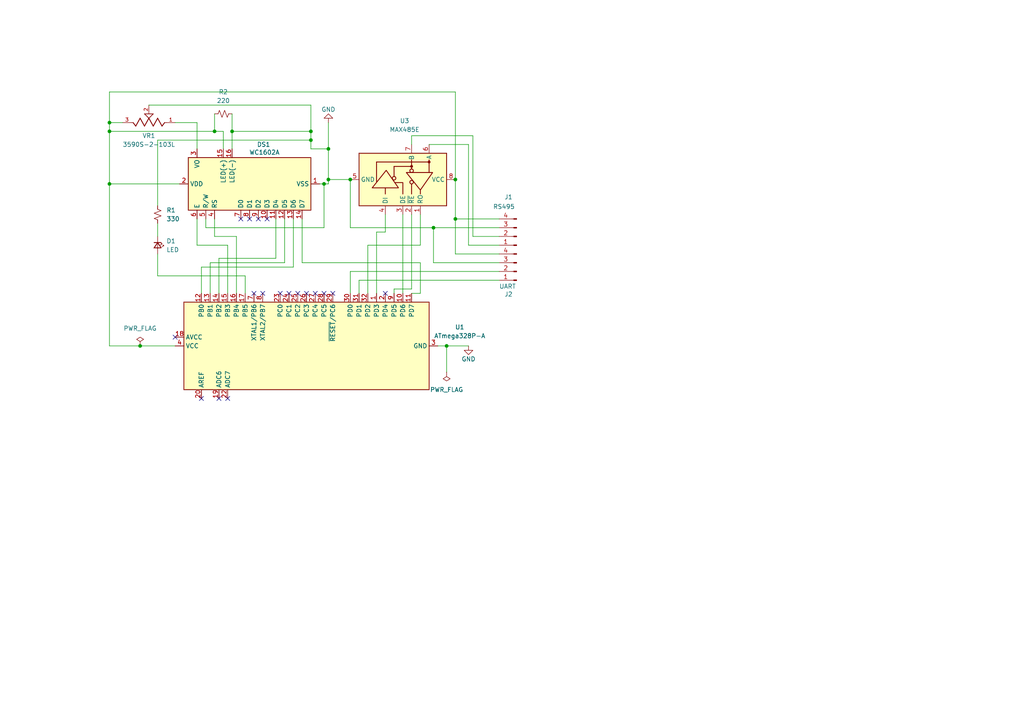
<source format=kicad_sch>
(kicad_sch (version 20250114) (generator "eeschema") (generator_version "9.0")
  (paper "A4")
  (lib_symbols
    (symbol "Connector:Conn_01x04_Pin" (pin_names (offset 1.016) (hide yes))
      (property "Reference" "J" (at 0 5.08 0))
      (property "Value" "Conn_01x04_Pin" (at 0 -7.62 0))
      (symbol "Conn_01x04_Pin_1_1"
        (rectangle (start 0.8636 2.667) (end 0 2.413) (stroke (width 0.1524)) (fill (type outline)))
        (rectangle (start 0.8636 0.127) (end 0 -0.127) (stroke (width 0.1524)) (fill (type outline)))
        (rectangle (start 0.8636 -2.413) (end 0 -2.667) (stroke (width 0.1524)) (fill (type outline)))
        (rectangle (start 0.8636 -4.953) (end 0 -5.207) (stroke (width 0.1524)) (fill (type outline)))
        (polyline (pts (xy 1.27 2.54) (xy 0.8636 2.54)) (stroke (width 0.1524)))
        (polyline (pts (xy 1.27 0) (xy 0.8636 0)) (stroke (width 0.1524)))
        (polyline (pts (xy 1.27 -2.54) (xy 0.8636 -2.54)) (stroke (width 0.1524)))
        (polyline (pts (xy 1.27 -5.08) (xy 0.8636 -5.08)) (stroke (width 0.1524)))
        (pin passive line (at 5.08 2.54 180) (length 3.81) (name "Pin_1") (number "1"))
        (pin passive line (at 5.08 0 180) (length 3.81) (name "Pin_2") (number "2"))
        (pin passive line (at 5.08 -2.54 180) (length 3.81) (name "Pin_3") (number "3"))
        (pin passive line (at 5.08 -5.08 180) (length 3.81) (name "Pin_4") (number "4"))
      )
    )
    (symbol "Device:R_Small_US" (pin_numbers (hide yes)) (pin_names (offset 0.254) (hide yes))
      (property "Reference" "R" (at 0.762 0.508 0))
      (property "Value" "R_Small_US" (at 0.762 -1.016 0))
      (symbol "R_Small_US_1_1"
        (polyline (pts (xy 0 1.524) (xy 1.016 1.143) (xy 0 0.762) (xy -1.016 0.381) (xy 0 0)))
        (polyline (pts (xy 0 0) (xy 1.016 -0.381) (xy 0 -0.762) (xy -1.016 -1.143) (xy 0 -1.524)))
        (pin passive line (at 0 2.54 270) (length 1.016) (name "~") (number "1"))
        (pin passive line (at 0 -2.54 90) (length 1.016) (name "~") (number "2"))
      )
    )
    (symbol "Display_Character:WC1602A"
      (property "Reference" "DS" (at -5.842 19.05 0))
      (property "Value" "WC1602A" (at 5.334 19.05 0))
      (symbol "WC1602A_1_1"
        (rectangle (start -7.62 17.78) (end 7.62 -17.78) (stroke (width 0.254)) (fill (type background)))
        (pin input line (at -10.16 15.24 0) (length 2.54) (name "E") (number "6"))
        (pin input line (at -10.16 12.7 0) (length 2.54) (name "R/W") (number "5"))
        (pin input line (at -10.16 10.16 0) (length 2.54) (name "RS") (number "4"))
        (pin input line (at -10.16 2.54 0) (length 2.54) (name "D0") (number "7"))
        (pin input line (at -10.16 0 0) (length 2.54) (name "D1") (number "8"))
        (pin input line (at -10.16 -2.54 0) (length 2.54) (name "D2") (number "9"))
        (pin input line (at -10.16 -5.08 0) (length 2.54) (name "D3") (number "10"))
        (pin input line (at -10.16 -7.62 0) (length 2.54) (name "D4") (number "11"))
        (pin input line (at -10.16 -10.16 0) (length 2.54) (name "D5") (number "12"))
        (pin input line (at -10.16 -12.7 0) (length 2.54) (name "D6") (number "13"))
        (pin input line (at -10.16 -15.24 0) (length 2.54) (name "D7") (number "14"))
        (pin power_in line (at 0 20.32 270) (length 2.54) (name "VDD") (number "2"))
        (pin power_in line (at 0 -20.32 90) (length 2.54) (name "VSS") (number "1"))
        (pin input line (at 10.16 15.24 180) (length 2.54) (name "VO") (number "3"))
        (pin power_in line (at 10.16 7.62 180) (length 2.54) (name "LED(+)") (number "15"))
        (pin power_in line (at 10.16 5.08 180) (length 2.54) (name "LED(-)") (number "16"))
      )
    )
    (symbol "Interface_UART:MAX485E"
      (property "Reference" "U" (at -6.985 13.97 0))
      (property "Value" "MAX485E" (at 1.905 13.97 0))
      (symbol "MAX485E_0_1"
        (rectangle (start -7.62 12.7) (end 7.62 -12.7) (stroke (width 0.254)) (fill (type background)))
        (polyline (pts (xy -4.191 2.54) (xy -1.27 2.54)) (stroke (width 0.254)))
        (polyline (pts (xy -4.191 0) (xy -0.889 0) (xy -0.889 -2.286)) (stroke (width 0.254)))
        (polyline (pts (xy -3.175 5.08) (xy -4.191 5.08) (xy -4.064 5.08)) (stroke (width 0.254)))
        (polyline (pts (xy -2.54 -5.08) (xy -4.191 -5.08)) (stroke (width 0.254)))
        (polyline (pts (xy -2.413 -5.08) (xy -2.413 -1.27) (xy 2.667 -4.826) (xy -2.413 -8.89) (xy -2.413 -5.08)) (stroke (width 0.254)))
        (polyline (pts (xy -0.635 -7.62) (xy 5.08 -7.62)) (stroke (width 0.254)))
        (circle (center 0.381 -2.54) (radius 0.508) (stroke (width 0.254)))
        (polyline (pts (xy 0.889 -2.54) (xy 3.81 -2.54)) (stroke (width 0.254)))
        (polyline (pts (xy 2.032 7.62) (xy 5.715 7.62)) (stroke (width 0.254)))
        (polyline (pts (xy 3.048 2.54) (xy 5.715 2.54)) (stroke (width 0.254)))
        (circle (center 3.81 2.54) (radius 0.2794) (stroke (width 0.254)) (fill (type outline)))
        (polyline (pts (xy 3.81 -2.54) (xy 3.81 2.54)) (stroke (width 0.254)))
        (polyline (pts (xy 5.08 -7.62) (xy 5.08 7.62)) (stroke (width 0.254)))
      )
      (symbol "MAX485E_1_1"
        (circle (center -0.762 2.54) (radius 0.508) (stroke (width 0.254)))
        (polyline (pts (xy 2.032 4.826) (xy 2.032 8.636) (xy -3.048 5.08) (xy 2.032 1.016) (xy 2.032 4.826)) (stroke (width 0.254)))
        (circle (center 2.54 2.54) (radius 0.508) (stroke (width 0.254)))
        (circle (center 5.08 7.62) (radius 0.2794) (stroke (width 0.254)) (fill (type outline)))
        (pin output line (at -10.16 5.08 0) (length 2.54) (name "RO") (number "1"))
        (pin input line (at -10.16 2.54 0) (length 2.54) (name "~{RE}") (number "2"))
        (pin input line (at -10.16 0 0) (length 2.54) (name "DE") (number "3"))
        (pin input line (at -10.16 -5.08 0) (length 2.54) (name "DI") (number "4"))
        (pin power_in line (at 0 15.24 270) (length 2.54) (name "VCC") (number "8"))
        (pin power_in line (at 0 -15.24 90) (length 2.54) (name "GND") (number "5"))
        (pin bidirectional line (at 10.16 7.62 180) (length 2.54) (name "A") (number "6"))
        (pin bidirectional line (at 10.16 2.54 180) (length 2.54) (name "B") (number "7"))
      )
    )
    (symbol "MCU_Microchip_ATmega:ATmega328P-A"
      (property "Reference" "U" (at -12.7 36.83 0))
      (property "Value" "ATmega328P-A" (at 2.54 -36.83 0))
      (symbol "ATmega328P-A_0_1"
        (rectangle (start -12.7 -35.56) (end 12.7 35.56) (stroke (width 0.254)) (fill (type background)))
      )
      (symbol "ATmega328P-A_1_1"
        (pin passive line (at -15.24 30.48 0) (length 2.54) (name "AREF") (number "20"))
        (pin input line (at -15.24 25.4 0) (length 2.54) (name "ADC6") (number "19"))
        (pin input line (at -15.24 22.86 0) (length 2.54) (name "ADC7") (number "22"))
        (pin power_in line (at 0 38.1 270) (length 2.54) (name "VCC") (number "4"))
        (pin passive line (at 0 38.1 270) (length 2.54) (hide yes) (name "VCC") (number "6"))
        (pin passive line (at 0 -38.1 90) (length 2.54) (hide yes) (name "GND") (number "21"))
        (pin power_in line (at 0 -38.1 90) (length 2.54) (name "GND") (number "3"))
        (pin passive line (at 0 -38.1 90) (length 2.54) (hide yes) (name "GND") (number "5"))
        (pin power_in line (at 2.54 38.1 270) (length 2.54) (name "AVCC") (number "18"))
        (pin bidirectional line (at 15.24 30.48 180) (length 2.54) (name "PB0") (number "12"))
        (pin bidirectional line (at 15.24 27.94 180) (length 2.54) (name "PB1") (number "13"))
        (pin bidirectional line (at 15.24 25.4 180) (length 2.54) (name "PB2") (number "14"))
        (pin bidirectional line (at 15.24 22.86 180) (length 2.54) (name "PB3") (number "15"))
        (pin bidirectional line (at 15.24 20.32 180) (length 2.54) (name "PB4") (number "16"))
        (pin bidirectional line (at 15.24 17.78 180) (length 2.54) (name "PB5") (number "17"))
        (pin bidirectional line (at 15.24 15.24 180) (length 2.54) (name "XTAL1/PB6") (number "7"))
        (pin bidirectional line (at 15.24 12.7 180) (length 2.54) (name "XTAL2/PB7") (number "8"))
        (pin bidirectional line (at 15.24 7.62 180) (length 2.54) (name "PC0") (number "23"))
        (pin bidirectional line (at 15.24 5.08 180) (length 2.54) (name "PC1") (number "24"))
        (pin bidirectional line (at 15.24 2.54 180) (length 2.54) (name "PC2") (number "25"))
        (pin bidirectional line (at 15.24 0 180) (length 2.54) (name "PC3") (number "26"))
        (pin bidirectional line (at 15.24 -2.54 180) (length 2.54) (name "PC4") (number "27"))
        (pin bidirectional line (at 15.24 -5.08 180) (length 2.54) (name "PC5") (number "28"))
        (pin bidirectional line (at 15.24 -7.62 180) (length 2.54) (name "~{RESET}/PC6") (number "29"))
        (pin bidirectional line (at 15.24 -12.7 180) (length 2.54) (name "PD0") (number "30"))
        (pin bidirectional line (at 15.24 -15.24 180) (length 2.54) (name "PD1") (number "31"))
        (pin bidirectional line (at 15.24 -17.78 180) (length 2.54) (name "PD2") (number "32"))
        (pin bidirectional line (at 15.24 -20.32 180) (length 2.54) (name "PD3") (number "1"))
        (pin bidirectional line (at 15.24 -22.86 180) (length 2.54) (name "PD4") (number "2"))
        (pin bidirectional line (at 15.24 -25.4 180) (length 2.54) (name "PD5") (number "9"))
        (pin bidirectional line (at 15.24 -27.94 180) (length 2.54) (name "PD6") (number "10"))
        (pin bidirectional line (at 15.24 -30.48 180) (length 2.54) (name "PD7") (number "11"))
      )
    )
    (symbol "PCM_3590S-2-103L:3590S-2-103L" (pin_names (offset 1.016))
      (property "Reference" "VR" (at -5.08 5.08 0))
      (property "Value" "3590S-2-103L" (at -5.08 2.54 0))
      (symbol "3590S-2-103L_0_0"
        (polyline (pts (xy -5.08 0) (xy -4.572 0)) (stroke (width 0.1524)))
        (polyline (pts (xy -4.572 0) (xy -3.81 1.016)) (stroke (width 0.254)))
        (polyline (pts (xy -3.81 1.016) (xy -2.54 -1.27)) (stroke (width 0.254)))
        (polyline (pts (xy -2.54 -1.27) (xy -1.27 1.016)) (stroke (width 0.254)))
        (polyline (pts (xy -1.27 1.016) (xy 0 -1.27)) (stroke (width 0.254)))
        (polyline (pts (xy -1.27 -2.54) (xy 0 -1.27)) (stroke (width 0.2032)))
        (polyline (pts (xy 0 -1.27) (xy 1.27 1.016)) (stroke (width 0.254)))
        (polyline (pts (xy 0 -1.27) (xy 1.27 -2.54)) (stroke (width 0.2032)))
        (polyline (pts (xy 1.27 1.016) (xy 2.54 -1.27)) (stroke (width 0.254)))
        (polyline (pts (xy 1.27 -2.54) (xy -1.27 -2.54)) (stroke (width 0.2032)))
        (polyline (pts (xy 2.54 -1.27) (xy 3.81 1.016)) (stroke (width 0.254)))
        (polyline (pts (xy 3.81 1.016) (xy 4.572 0)) (stroke (width 0.254)))
        (polyline (pts (xy 4.572 0) (xy 5.08 0)) (stroke (width 0.1524)))
        (pin passive line (at -7.62 0 0) (length 2.54) (name "~") (number "1"))
        (pin passive line (at 0 -5.08 90) (length 2.54) (name "~") (number "2"))
        (pin passive line (at 7.62 0 180) (length 2.54) (name "~") (number "3"))
      )
    )
    (symbol "PCM_SparkFun-LED:LED" (pin_numbers (hide yes)) (pin_names (offset 1.016) (hide yes))
      (property "Reference" "D" (at 0 2.54 0))
      (property "Value" "LED" (at 0 -2.54 0))
      (symbol "LED_0_1"
        (polyline (pts (xy -0.762 -1.016) (xy -0.762 1.016)) (stroke (width 0.254)))
        (polyline (pts (xy 0 0.762) (xy -0.508 1.27) (xy -0.254 1.27) (xy -0.508 1.27) (xy -0.508 1.016)))
        (polyline (pts (xy 0.508 1.27) (xy 0 1.778) (xy 0.254 1.778) (xy 0 1.778) (xy 0 1.524)))
        (polyline (pts (xy 0.762 -1.016) (xy -0.762 0) (xy 0.762 1.016) (xy 0.762 -1.016)) (stroke (width 0.254)))
        (polyline (pts (xy 1.016 0) (xy -0.762 0)))
      )
      (symbol "LED_1_1"
        (pin passive line (at -2.54 0 0) (length 1.778) (name "K") (number "1"))
        (pin passive line (at 2.54 0 180) (length 1.778) (name "A") (number "2"))
      )
    )
    (symbol "PCM_SparkFun-PowerSymbol:GND" (power) (pin_names (offset 0))
      (property "Value" "GND" (at 0 -3.81 0))
      (symbol "GND_0_1"
        (polyline (pts (xy 0 0) (xy 0 -1.27) (xy 1.27 -1.27) (xy 0 -2.54) (xy -1.27 -1.27) (xy 0 -1.27)))
      )
      (symbol "GND_1_1"
        (pin power_in line (at 0 0 270) (length 0) (hide yes) (name "GND") (number "1"))
      )
    )
    (symbol "power:PWR_FLAG" (power) (pin_numbers (hide yes)) (pin_names (offset 0) (hide yes))
      (property "Value" "PWR_FLAG" (at 0 3.81 0))
      (symbol "PWR_FLAG_0_0"
        (pin power_out line (at 0 0 90) (length 0) (name "~") (number "1"))
      )
      (symbol "PWR_FLAG_0_1"
        (polyline (pts (xy 0 0) (xy 0 1.27) (xy -1.016 1.905) (xy 0 2.54) (xy 1.016 1.905) (xy 0 1.27)))
      )
    )
  )
  (junction (at 95.25 52.07))
  (junction (at 132.08 63.5))
  (junction (at 93.98 53.34))
  (junction (at 90.17 40.64))
  (junction (at 31.75 38.1))
  (junction (at 67.31 38.1))
  (junction (at 90.17 38.1))
  (junction (at 129.54 100.33))
  (junction (at 125.73 66.04))
  (junction (at 62.23 38.1))
  (junction (at 31.75 35.56))
  (junction (at 101.6 52.07))
  (junction (at 132.08 52.07))
  (junction (at 40.64 100.33))
  (junction (at 95.25 43.18))
  (junction (at 31.75 53.34))
  (no_connect (at 77.47 63.5))
  (no_connect (at 93.98 85.09))
  (no_connect (at 73.66 85.09))
  (no_connect (at 76.2 85.09))
  (no_connect (at 74.93 63.5))
  (no_connect (at 81.28 85.09))
  (no_connect (at 69.85 63.5))
  (no_connect (at 91.44 85.09))
  (no_connect (at 66.04 115.57))
  (no_connect (at 58.42 115.57))
  (no_connect (at 50.8 97.79))
  (no_connect (at 111.76 85.09))
  (no_connect (at 96.52 85.09))
  (no_connect (at 83.82 85.09))
  (no_connect (at 86.36 85.09))
  (no_connect (at 72.39 63.5))
  (no_connect (at 63.5 115.57))
  (no_connect (at 88.9 85.09))
  (wire (pts (xy 31.75 35.56) (xy 35.56 35.56)))
  (wire (pts (xy 119.38 39.37) (xy 119.38 41.91)))
  (wire (pts (xy 116.84 62.23) (xy 116.84 85.09)))
  (wire (pts (xy 95.25 35.56) (xy 95.25 43.18)))
  (wire (pts (xy 64.77 38.1) (xy 64.77 43.18)))
  (wire (pts (xy 62.23 33.02) (xy 62.23 38.1)))
  (wire (pts (xy 132.08 63.5) (xy 132.08 73.66)))
  (wire (pts (xy 114.3 83.82) (xy 119.38 83.82)))
  (wire (pts (xy 93.98 66.04) (xy 93.98 53.34)))
  (wire (pts (xy 121.92 76.2) (xy 87.63 76.2)))
  (wire (pts (xy 144.78 68.58) (xy 137.16 68.58)))
  (wire (pts (xy 87.63 76.2) (xy 87.63 63.5)))
  (wire (pts (xy 58.42 77.47) (xy 85.09 77.47)))
  (wire (pts (xy 45.72 59.69) (xy 45.72 40.64)))
  (wire (pts (xy 90.17 43.18) (xy 95.25 43.18)))
  (wire (pts (xy 101.6 66.04) (xy 101.6 52.07)))
  (wire (pts (xy 121.92 71.12) (xy 121.92 62.23)))
  (wire (pts (xy 125.73 66.04) (xy 101.6 66.04)))
  (wire (pts (xy 57.15 35.56) (xy 57.15 43.18)))
  (wire (pts (xy 90.17 40.64) (xy 90.17 43.18)))
  (wire (pts (xy 31.75 38.1) (xy 62.23 38.1)))
  (wire (pts (xy 31.75 100.33) (xy 40.64 100.33)))
  (wire (pts (xy 59.69 66.04) (xy 93.98 66.04)))
  (wire (pts (xy 31.75 38.1) (xy 31.75 53.34)))
  (wire (pts (xy 135.89 100.33) (xy 129.54 100.33)))
  (wire (pts (xy 60.96 76.2) (xy 82.55 76.2)))
  (wire (pts (xy 43.18 30.48) (xy 90.17 30.48)))
  (wire (pts (xy 80.01 74.93) (xy 80.01 63.5)))
  (wire (pts (xy 45.72 73.66) (xy 45.72 80.01)))
  (wire (pts (xy 62.23 68.58) (xy 62.23 63.5)))
  (wire (pts (xy 129.54 100.33) (xy 129.54 107.95)))
  (wire (pts (xy 63.5 85.09) (xy 63.5 74.93)))
  (wire (pts (xy 50.8 35.56) (xy 57.15 35.56)))
  (wire (pts (xy 63.5 74.93) (xy 80.01 74.93)))
  (wire (pts (xy 132.08 52.07) (xy 132.08 63.5)))
  (wire (pts (xy 135.89 41.91) (xy 135.89 71.12)))
  (wire (pts (xy 68.58 68.58) (xy 62.23 68.58)))
  (wire (pts (xy 95.25 52.07) (xy 95.25 53.34)))
  (wire (pts (xy 144.78 66.04) (xy 125.73 66.04)))
  (wire (pts (xy 92.71 53.34) (xy 93.98 53.34)))
  (wire (pts (xy 71.12 85.09) (xy 71.12 80.01)))
  (wire (pts (xy 109.22 85.09) (xy 109.22 67.31)))
  (wire (pts (xy 144.78 73.66) (xy 132.08 73.66)))
  (wire (pts (xy 59.69 63.5) (xy 59.69 66.04)))
  (wire (pts (xy 101.6 78.74) (xy 144.78 78.74)))
  (wire (pts (xy 62.23 38.1) (xy 64.77 38.1)))
  (wire (pts (xy 85.09 77.47) (xy 85.09 63.5)))
  (wire (pts (xy 104.14 81.28) (xy 144.78 81.28)))
  (wire (pts (xy 119.38 39.37) (xy 137.16 39.37)))
  (wire (pts (xy 144.78 63.5) (xy 132.08 63.5)))
  (wire (pts (xy 111.76 67.31) (xy 111.76 62.23)))
  (wire (pts (xy 119.38 83.82) (xy 119.38 62.23)))
  (wire (pts (xy 93.98 53.34) (xy 95.25 53.34)))
  (wire (pts (xy 60.96 85.09) (xy 60.96 76.2)))
  (wire (pts (xy 31.75 35.56) (xy 31.75 38.1)))
  (wire (pts (xy 66.04 85.09) (xy 66.04 71.12)))
  (wire (pts (xy 31.75 53.34) (xy 31.75 100.33)))
  (wire (pts (xy 125.73 66.04) (xy 125.73 76.2)))
  (wire (pts (xy 106.68 71.12) (xy 121.92 71.12)))
  (wire (pts (xy 57.15 63.5) (xy 57.15 71.12)))
  (wire (pts (xy 90.17 30.48) (xy 90.17 38.1)))
  (wire (pts (xy 137.16 68.58) (xy 137.16 39.37)))
  (wire (pts (xy 124.46 41.91) (xy 135.89 41.91)))
  (wire (pts (xy 90.17 38.1) (xy 90.17 40.64)))
  (wire (pts (xy 95.25 43.18) (xy 95.25 52.07)))
  (wire (pts (xy 106.68 85.09) (xy 106.68 71.12)))
  (wire (pts (xy 132.08 26.67) (xy 132.08 52.07)))
  (wire (pts (xy 135.89 71.12) (xy 144.78 71.12)))
  (wire (pts (xy 71.12 80.01) (xy 45.72 80.01)))
  (wire (pts (xy 101.6 85.09) (xy 101.6 78.74)))
  (wire (pts (xy 67.31 33.02) (xy 67.31 38.1)))
  (wire (pts (xy 111.76 67.31) (xy 109.22 67.31)))
  (wire (pts (xy 58.42 85.09) (xy 58.42 77.47)))
  (wire (pts (xy 40.64 100.33) (xy 50.8 100.33)))
  (wire (pts (xy 144.78 76.2) (xy 125.73 76.2)))
  (wire (pts (xy 129.54 100.33) (xy 127 100.33)))
  (wire (pts (xy 68.58 85.09) (xy 68.58 68.58)))
  (wire (pts (xy 67.31 38.1) (xy 67.31 43.18)))
  (wire (pts (xy 67.31 38.1) (xy 90.17 38.1)))
  (wire (pts (xy 104.14 85.09) (xy 104.14 81.28)))
  (wire (pts (xy 121.92 85.09) (xy 121.92 76.2)))
  (wire (pts (xy 31.75 26.67) (xy 132.08 26.67)))
  (wire (pts (xy 45.72 40.64) (xy 90.17 40.64)))
  (wire (pts (xy 114.3 83.82) (xy 114.3 85.09)))
  (wire (pts (xy 52.07 53.34) (xy 31.75 53.34)))
  (wire (pts (xy 31.75 26.67) (xy 31.75 35.56)))
  (wire (pts (xy 95.25 52.07) (xy 101.6 52.07)))
  (wire (pts (xy 82.55 76.2) (xy 82.55 63.5)))
  (wire (pts (xy 66.04 71.12) (xy 57.15 71.12)))
  (wire (pts (xy 45.72 64.77) (xy 45.72 68.58)))
  (wire (pts (xy 119.38 85.09) (xy 121.92 85.09)))
  (symbol (lib_id "PCM_SparkFun-PowerSymbol:GND") (at 95.25 35.56 180) (unit 1)
    (property "Reference" "#PWR02" (effects (hide yes)))
    (property "Value" "GND" (at 95.25 31.75 0))
    (property "Description" "Power symbol creates a global label with name \"GND\" , ground" (effects (hide yes)))
  )
  (symbol (lib_id "power:PWR_FLAG") (at 129.54 107.95 180) (unit 1)
    (property "Reference" "#FLG03" (effects (hide yes)))
    (property "Value" "PWR_FLAG" (at 129.54 113.03 0))
    (property "Description" "Special symbol for telling ERC where power comes from" (effects (hide yes)))
  )
  (symbol (lib_id "Display_Character:WC1602A") (at 72.39 53.34 90) (unit 1)
    (property "Reference" "DS1" (at 76.454 41.91 90))
    (property "Value" "WC1602A" (at 76.708 44.196 90))
    (property "Footprint" "Display:WC1602A" (effects (hide yes)))
    (property "Datasheet" "http://www.wincomlcd.com/pdf/WC1602A-SFYLYHTC06.pdf" (effects (hide yes)))
    (property "Description" "LCD 16x2 Alphanumeric , 8 bit parallel bus, 5V VDD" (effects (hide yes)))
  )
  (symbol (lib_id "PCM_SparkFun-PowerSymbol:GND") (at 135.89 100.33 0) (unit 1)
    (property "Reference" "#PWR01" (effects (hide yes)))
    (property "Value" "GND" (at 135.89 104.14 0))
    (property "Description" "Power symbol creates a global label with name \"GND\" , ground" (effects (hide yes)))
  )
  (symbol (lib_id "Device:R_Small_US") (at 45.72 62.23 0) (unit 1)
    (property "Reference" "R1" (at 48.26 60.9599 0) (effects (justify left)))
    (property "Value" "330" (at 48.26 63.4999 0) (effects (justify left)))
    (property "Description" "Resistor, small US symbol" (effects (hide yes)))
  )
  (symbol (lib_id "Device:R_Small_US") (at 64.77 33.02 90) (unit 1)
    (property "Reference" "R2" (at 64.77 26.67 90))
    (property "Value" "220" (at 64.77 29.21 90))
    (property "Description" "Resistor, small US symbol" (effects (hide yes)))
  )
  (symbol (lib_id "Connector:Conn_01x04_Pin") (at 149.86 78.74 180) (unit 1)
    (property "Reference" "J2" (at 146.304 85.344 0) (effects (justify right)))
    (property "Value" "UART" (at 144.78 83.058 0) (effects (justify right)))
    (property "Description" "Generic connector, single row, 01x04, script generated" (effects (hide yes)))
  )
  (symbol (lib_id "Connector:Conn_01x04_Pin") (at 149.86 68.58 180) (unit 1)
    (property "Reference" "J1" (at 146.304 57.15 0) (effects (justify right)))
    (property "Value" "RS495" (at 143.002 59.944 0) (effects (justify right)))
    (property "Description" "Generic connector, single row, 01x04, script generated" (effects (hide yes)))
  )
  (symbol (lib_id "MCU_Microchip_ATmega:ATmega328P-A") (at 88.9 100.33 90) (unit 1)
    (property "Reference" "U1" (at 133.35 94.8846 90))
    (property "Value" "ATmega328P-A" (at 133.35 97.4246 90))
    (property "Footprint" "Package_QFP:TQFP-32_7x7mm_P0.8mm" (effects (hide yes)))
    (property "Datasheet" "http://ww1.microchip.com/downloads/en/DeviceDoc/ATmega328_P%20AVR%20MCU%20with%20picoPower%20Technology%20Data%20Sheet%2040001984A.pdf" (effects (hide yes)))
    (property "Description" "20MHz, 32kB Flash, 2kB SRAM, 1kB EEPROM, TQFP-32" (effects (hide yes)))
  )
  (symbol (lib_id "PCM_SparkFun-LED:LED") (at 45.72 71.12 270) (unit 1)
    (property "Reference" "D1" (at 48.26 69.9134 90) (effects (justify left)))
    (property "Value" "LED" (at 48.26 72.4534 90) (effects (justify left)))
    (property "Footprint" "PCM_SparkFun-LED:LED_0603_1608Metric" (effects (hide yes)))
    (property "Description" "Light emitting diode" (effects (hide yes)))
    (property "PROD_ID" "LED-" (effects (hide yes)))
  )
  (symbol (lib_id "Interface_UART:MAX485E") (at 116.84 52.07 270) (mirror x) (unit 1)
    (property "Reference" "U3" (at 117.348 35.052 90))
    (property "Value" "MAX485E" (at 117.348 37.592 90))
    (property "Footprint" "Package_SO:SOIC-8_3.9x4.9mm_P1.27mm" (effects (hide yes)))
    (property "Datasheet" "https://datasheets.maximintegrated.com/en/ds/MAX1487E-MAX491E.pdf" (effects (hide yes)))
    (property "Description" "Half duplex RS-485/RS-422, 2.5 Mbps, ±15kV electro-static discharge (ESD) protection, no slew-rate, no low-power shutdown, with receiver/driver enable, 32 receiver drive capability, DIP-8 and SOIC-8" (effects (hide yes)))
  )
  (symbol (lib_id "power:PWR_FLAG") (at 40.64 100.33 0) (unit 1)
    (property "Reference" "#FLG02" (effects (hide yes)))
    (property "Value" "PWR_FLAG" (at 40.64 95.25 0))
    (property "Description" "Special symbol for telling ERC where power comes from" (effects (hide yes)))
  )
  (symbol (lib_id "PCM_3590S-2-103L:3590S-2-103L") (at 43.18 35.56 180) (unit 1)
    (property "Reference" "VR1" (at 43.18 39.37 0))
    (property "Value" "3590S-2-103L" (at 43.18 41.91 0))
    (property "PARTREV" "11/17" (effects (hide yes)))
    (property "MANUFACTURER" "Bourns" (effects (hide yes)))
    (property "STANDARD" "Manufacturer Recommendation" (effects (hide yes)))
  )
)
</source>
